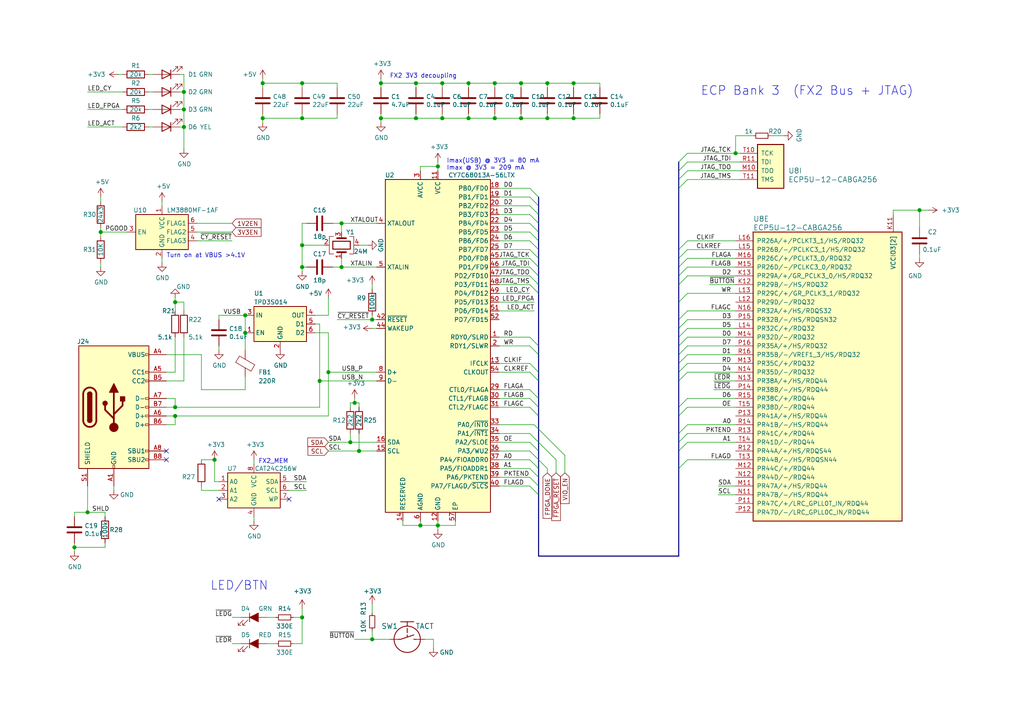
<source format=kicad_sch>
(kicad_sch (version 20230121) (generator eeschema)
  (paper "A4")
  (title_block (title "ECPBreaker") (date "2020-12-28") (rev "V0.1") (company "GsD") (comment 1 "2020 (C) Greg Davill  <greg.davill@gmail.com>") (comment 3 "License: CC-BY-SA V4.0"))
  (junction (at 102.87 116.84) (diameter 1.016))
  (junction (at 76.2 24.13) (diameter 1.016))
  (junction (at 151.13 24.13) (diameter 1.016))
  (junction (at 71.12 96.52) (diameter 1.016))
  (junction (at 50.8 118.11) (diameter 1.016))
  (junction (at 213.36 44.45) (diameter 1.016))
  (junction (at 110.49 24.13) (diameter 1.016))
  (junction (at 87.63 77.47) (diameter 1.016))
  (junction (at 25.4 148.59) (diameter 1.016))
  (junction (at 99.06 64.77) (diameter 1.016))
  (junction (at 266.7 60.96) (diameter 1.016))
  (junction (at 143.51 24.13) (diameter 1.016))
  (junction (at 121.92 152.4) (diameter 1.016))
  (junction (at 158.75 24.13) (diameter 1.016))
  (junction (at 53.34 31.75) (diameter 1.016))
  (junction (at 135.89 34.29) (diameter 1.016))
  (junction (at 110.49 34.29) (diameter 1.016))
  (junction (at 71.12 91.44) (diameter 1.016))
  (junction (at 76.2 34.29) (diameter 1.016))
  (junction (at 95.25 107.95) (diameter 1.016))
  (junction (at 166.37 24.13) (diameter 1.016))
  (junction (at 107.95 185.42) (diameter 1.016))
  (junction (at 104.14 130.81) (diameter 1.016))
  (junction (at 120.65 34.29) (diameter 1.016))
  (junction (at 53.34 26.67) (diameter 1.016))
  (junction (at 62.23 133.35) (diameter 1.016))
  (junction (at 151.13 34.29) (diameter 1.016))
  (junction (at 87.63 71.12) (diameter 1.016))
  (junction (at 50.8 120.65) (diameter 1.016))
  (junction (at 87.63 179.07) (diameter 1.016))
  (junction (at 135.89 24.13) (diameter 1.016))
  (junction (at 29.21 67.31) (diameter 1.016))
  (junction (at 87.63 34.29) (diameter 1.016))
  (junction (at 120.65 24.13) (diameter 1.016))
  (junction (at 50.8 87.63) (diameter 1.016))
  (junction (at 166.37 34.29) (diameter 1.016))
  (junction (at 101.6 128.27) (diameter 1.016))
  (junction (at 127 152.4) (diameter 1.016))
  (junction (at 87.63 24.13) (diameter 1.016))
  (junction (at 127 48.26) (diameter 1.016))
  (junction (at 158.75 34.29) (diameter 1.016))
  (junction (at 53.34 36.83) (diameter 1.016))
  (junction (at 99.06 77.47) (diameter 1.016))
  (junction (at 107.95 92.71) (diameter 1.016))
  (junction (at 92.71 110.49) (diameter 1.016))
  (junction (at 143.51 34.29) (diameter 1.016))
  (junction (at 21.59 158.75) (diameter 1.016))
  (junction (at 128.27 34.29) (diameter 1.016))
  (junction (at 128.27 24.13) (diameter 1.016))
  (no_connect (at 63.5 144.78))
  (no_connect (at 48.26 130.81))
  (no_connect (at 48.26 133.35))
  (no_connect (at 83.82 144.78))
  (bus_entry (at 199.39 72.39) (size -2.54 2.54) (stroke (width 0.1524)))
  (bus_entry (at 199.39 100.33) (size -2.54 2.54) (stroke (width 0.1524)))
  (bus_entry (at 199.39 133.35) (size -2.54 2.54) (stroke (width 0.1524)))
  (bus_entry (at 153.67 62.23) (size 2.54 2.54) (stroke (width 0.1524)))
  (bus_entry (at 153.67 135.89) (size 2.54 2.54) (stroke (width 0.1524)))
  (bus_entry (at 153.67 54.61) (size 2.54 2.54) (stroke (width 0.1524)))
  (bus_entry (at 199.39 97.79) (size -2.54 2.54) (stroke (width 0.1524)))
  (bus_entry (at 153.67 77.47) (size 2.54 2.54) (stroke (width 0.1524)))
  (bus_entry (at 153.67 82.55) (size 2.54 2.54) (stroke (width 0.1524)))
  (bus_entry (at 199.39 80.01) (size -2.54 2.54) (stroke (width 0.1524)))
  (bus_entry (at 153.67 97.79) (size 2.54 2.54) (stroke (width 0.1524)))
  (bus_entry (at 199.39 102.87) (size -2.54 2.54) (stroke (width 0.1524)))
  (bus_entry (at 199.39 125.73) (size -2.54 2.54) (stroke (width 0.1524)))
  (bus_entry (at 153.67 118.11) (size 2.54 2.54) (stroke (width 0.1524)))
  (bus_entry (at 153.67 67.31) (size 2.54 2.54) (stroke (width 0.1524)))
  (bus_entry (at 153.67 113.03) (size 2.54 2.54) (stroke (width 0.1524)))
  (bus_entry (at 153.67 57.15) (size 2.54 2.54) (stroke (width 0.1524)))
  (bus_entry (at 199.39 85.09) (size -2.54 2.54) (stroke (width 0.1524)))
  (bus_entry (at 153.67 64.77) (size 2.54 2.54) (stroke (width 0.1524)))
  (bus_entry (at 153.67 74.93) (size 2.54 2.54) (stroke (width 0.1524)))
  (bus_entry (at 153.67 72.39) (size 2.54 2.54) (stroke (width 0.1524)))
  (bus_entry (at 199.39 123.19) (size -2.54 2.54) (stroke (width 0.1524)))
  (bus_entry (at 199.39 95.25) (size -2.54 2.54) (stroke (width 0.1524)))
  (bus_entry (at 199.39 115.57) (size -2.54 2.54) (stroke (width 0.1524)))
  (bus_entry (at 153.67 140.97) (size 2.54 2.54) (stroke (width 0.1524)))
  (bus_entry (at 153.67 138.43) (size 2.54 2.54) (stroke (width 0.1524)))
  (bus_entry (at 199.39 77.47) (size -2.54 2.54) (stroke (width 0.1524)))
  (bus_entry (at 199.39 46.99) (size -2.54 2.54) (stroke (width 0.1524)))
  (bus_entry (at 199.39 90.17) (size -2.54 2.54) (stroke (width 0.1524)))
  (bus_entry (at 153.67 100.33) (size 2.54 2.54) (stroke (width 0.1524)))
  (bus_entry (at 153.67 59.69) (size 2.54 2.54) (stroke (width 0.1524)))
  (bus_entry (at 153.67 115.57) (size 2.54 2.54) (stroke (width 0.1524)))
  (bus_entry (at 153.67 133.35) (size 2.54 2.54) (stroke (width 0.1524)))
  (bus_entry (at 199.39 49.53) (size -2.54 2.54) (stroke (width 0.1524)))
  (bus_entry (at 153.67 105.41) (size 2.54 2.54) (stroke (width 0.1524)))
  (bus_entry (at 199.39 69.85) (size -2.54 2.54) (stroke (width 0.1524)))
  (bus_entry (at 153.67 80.01) (size 2.54 2.54) (stroke (width 0.1524)))
  (bus_entry (at 199.39 74.93) (size -2.54 2.54) (stroke (width 0.1524)))
  (bus_entry (at 153.67 107.95) (size 2.54 2.54) (stroke (width 0.1524)))
  (bus_entry (at 199.39 52.07) (size -2.54 2.54) (stroke (width 0.1524)))
  (bus_entry (at 199.39 105.41) (size -2.54 2.54) (stroke (width 0.1524)))
  (bus_entry (at 199.39 44.45) (size -2.54 2.54) (stroke (width 0.1524)))
  (bus_entry (at 153.67 128.27) (size 2.54 2.54) (stroke (width 0.1524)))
  (bus_entry (at 199.39 107.95) (size -2.54 2.54) (stroke (width 0.1524)))
  (bus_entry (at 199.39 118.11) (size -2.54 2.54) (stroke (width 0.1524)))
  (bus_entry (at 199.39 128.27) (size -2.54 2.54) (stroke (width 0.1524)))
  (bus_entry (at 153.67 69.85) (size 2.54 2.54) (stroke (width 0.1524)))
  (bus_entry (at 199.39 92.71) (size -2.54 2.54) (stroke (width 0.1524)))
  (wire (pts (xy 199.39 74.93) (xy 213.36 74.93)))
  (wire (pts (xy 199.39 72.39) (xy 213.36 72.39)))
  (wire (pts (xy 127 46.99) (xy 127 48.26)))
  (wire (pts (xy 158.75 24.13) (xy 158.75 25.4)))
  (wire (pts (xy 144.78 64.77) (xy 153.67 64.77)))
  (wire (pts (xy 199.39 123.19) (xy 213.36 123.19)))
  (wire (pts (xy 144.78 133.35) (xy 153.67 133.35)))
  (wire (pts (xy 199.39 128.27) (xy 213.36 128.27)))
  (wire (pts (xy 199.39 118.11) (xy 213.36 118.11)))
  (bus (pts (xy 156.21 67.31) (xy 156.21 69.85)))
  (wire (pts (xy 95.25 107.95) (xy 95.25 120.65)))
  (wire (pts (xy 63.5 100.33) (xy 63.5 101.6)))
  (wire (pts (xy 144.78 97.79) (xy 153.67 97.79)))
  (wire (pts (xy 50.8 123.19) (xy 50.8 120.65)))
  (wire (pts (xy 166.37 34.29) (xy 166.37 33.02)))
  (wire (pts (xy 30.48 148.59) (xy 30.48 149.86)))
  (wire (pts (xy 99.06 64.77) (xy 109.22 64.77)))
  (wire (pts (xy 199.39 115.57) (xy 213.36 115.57)))
  (bus (pts (xy 196.85 87.63) (xy 196.85 92.71)))
  (wire (pts (xy 259.08 60.96) (xy 266.7 60.96)))
  (wire (pts (xy 101.6 125.73) (xy 101.6 128.27)))
  (wire (pts (xy 107.95 185.42) (xy 102.87 185.42)))
  (bus (pts (xy 196.85 80.01) (xy 196.85 82.55)))
  (wire (pts (xy 143.51 24.13) (xy 151.13 24.13)))
  (wire (pts (xy 53.34 31.75) (xy 53.34 36.83)))
  (wire (pts (xy 63.5 142.24) (xy 58.42 142.24)))
  (wire (pts (xy 50.8 120.65) (xy 48.26 120.65)))
  (wire (pts (xy 199.39 92.71) (xy 213.36 92.71)))
  (wire (pts (xy 91.44 91.44) (xy 95.25 91.44)))
  (wire (pts (xy 53.34 110.49) (xy 53.34 97.79)))
  (wire (pts (xy 95.25 107.95) (xy 109.22 107.95)))
  (wire (pts (xy 62.23 133.35) (xy 62.23 139.7)))
  (wire (pts (xy 127 152.4) (xy 132.08 152.4)))
  (bus (pts (xy 196.85 110.49) (xy 196.85 118.11)))
  (wire (pts (xy 154.94 123.19) (xy 163.83 132.08)))
  (wire (pts (xy 107.95 82.55) (xy 107.95 83.82)))
  (wire (pts (xy 199.39 80.01) (xy 213.36 80.01)))
  (wire (pts (xy 208.28 140.97) (xy 213.36 140.97)))
  (wire (pts (xy 144.78 115.57) (xy 153.67 115.57)))
  (wire (pts (xy 144.78 67.31) (xy 153.67 67.31)))
  (bus (pts (xy 156.21 140.97) (xy 156.21 143.51)))
  (wire (pts (xy 99.06 77.47) (xy 109.22 77.47)))
  (wire (pts (xy 223.52 39.37) (xy 227.33 39.37)))
  (wire (pts (xy 50.8 97.79) (xy 50.8 107.95)))
  (bus (pts (xy 156.21 118.11) (xy 156.21 120.65)))
  (wire (pts (xy 143.51 33.02) (xy 143.51 34.29)))
  (wire (pts (xy 48.26 118.11) (xy 50.8 118.11)))
  (bus (pts (xy 156.21 72.39) (xy 156.21 74.93)))
  (bus (pts (xy 196.85 128.27) (xy 196.85 130.81)))
  (wire (pts (xy 153.67 130.81) (xy 158.75 135.89)))
  (wire (pts (xy 158.75 33.02) (xy 158.75 34.29)))
  (wire (pts (xy 44.45 31.75) (xy 43.18 31.75)))
  (bus (pts (xy 196.85 118.11) (xy 196.85 120.65)))
  (wire (pts (xy 208.28 143.51) (xy 213.36 143.51)))
  (bus (pts (xy 196.85 82.55) (xy 196.85 87.63)))
  (bus (pts (xy 156.21 135.89) (xy 156.21 138.43)))
  (wire (pts (xy 87.63 33.02) (xy 87.63 34.29)))
  (wire (pts (xy 29.21 76.2) (xy 29.21 77.47)))
  (wire (pts (xy 173.99 25.4) (xy 173.99 24.13)))
  (wire (pts (xy 121.92 152.4) (xy 127 152.4)))
  (wire (pts (xy 144.78 59.69) (xy 153.67 59.69)))
  (wire (pts (xy 35.56 26.67) (xy 25.4 26.67)))
  (wire (pts (xy 34.29 21.59) (xy 35.56 21.59)))
  (wire (pts (xy 128.27 24.13) (xy 135.89 24.13)))
  (bus (pts (xy 196.85 120.65) (xy 196.85 125.73)))
  (wire (pts (xy 53.34 26.67) (xy 53.34 31.75)))
  (wire (pts (xy 76.2 22.86) (xy 76.2 24.13)))
  (wire (pts (xy 144.78 69.85) (xy 153.67 69.85)))
  (wire (pts (xy 29.21 66.04) (xy 29.21 67.31)))
  (wire (pts (xy 173.99 24.13) (xy 166.37 24.13)))
  (wire (pts (xy 144.78 74.93) (xy 153.67 74.93)))
  (wire (pts (xy 120.65 33.02) (xy 120.65 34.29)))
  (wire (pts (xy 113.03 185.42) (xy 107.95 185.42)))
  (bus (pts (xy 156.21 85.09) (xy 156.21 100.33)))
  (wire (pts (xy 259.08 62.23) (xy 259.08 60.96)))
  (wire (pts (xy 116.84 152.4) (xy 121.92 152.4)))
  (wire (pts (xy 120.65 24.13) (xy 110.49 24.13)))
  (wire (pts (xy 63.5 139.7) (xy 62.23 139.7)))
  (wire (pts (xy 127 48.26) (xy 127 49.53)))
  (wire (pts (xy 87.63 64.77) (xy 87.63 71.12)))
  (wire (pts (xy 53.34 87.63) (xy 50.8 87.63)))
  (bus (pts (xy 156.21 57.15) (xy 156.21 59.69)))
  (wire (pts (xy 213.36 44.45) (xy 213.36 39.37)))
  (wire (pts (xy 144.78 138.43) (xy 153.67 138.43)))
  (bus (pts (xy 196.85 52.07) (xy 196.85 54.61)))
  (wire (pts (xy 127 152.4) (xy 127 153.67)))
  (wire (pts (xy 153.67 107.95) (xy 144.78 107.95)))
  (bus (pts (xy 156.21 77.47) (xy 156.21 80.01)))
  (bus (pts (xy 156.21 138.43) (xy 156.21 140.97)))
  (wire (pts (xy 44.45 26.67) (xy 43.18 26.67)))
  (bus (pts (xy 196.85 130.81) (xy 196.85 135.89)))
  (wire (pts (xy 128.27 34.29) (xy 135.89 34.29)))
  (wire (pts (xy 87.63 78.74) (xy 87.63 77.47)))
  (wire (pts (xy 107.95 182.88) (xy 107.95 185.42)))
  (wire (pts (xy 107.95 92.71) (xy 109.22 92.71)))
  (bus (pts (xy 196.85 74.93) (xy 196.85 77.47)))
  (wire (pts (xy 199.39 85.09) (xy 213.36 85.09)))
  (wire (pts (xy 266.7 73.66) (xy 266.7 74.93)))
  (wire (pts (xy 48.26 115.57) (xy 50.8 115.57)))
  (bus (pts (xy 196.85 46.99) (xy 196.85 49.53)))
  (wire (pts (xy 85.09 179.07) (xy 87.63 179.07)))
  (wire (pts (xy 102.87 115.57) (xy 102.87 116.84)))
  (bus (pts (xy 156.21 82.55) (xy 156.21 85.09)))
  (bus (pts (xy 156.21 161.29) (xy 196.85 161.29)))
  (wire (pts (xy 144.78 82.55) (xy 153.67 82.55)))
  (wire (pts (xy 21.59 148.59) (xy 21.59 149.86)))
  (wire (pts (xy 144.78 80.01) (xy 153.67 80.01)))
  (wire (pts (xy 266.7 60.96) (xy 266.7 66.04)))
  (wire (pts (xy 110.49 24.13) (xy 110.49 25.4)))
  (wire (pts (xy 120.65 34.29) (xy 110.49 34.29)))
  (wire (pts (xy 199.39 44.45) (xy 213.36 44.45)))
  (wire (pts (xy 199.39 46.99) (xy 214.63 46.99)))
  (wire (pts (xy 97.79 33.02) (xy 97.79 34.29)))
  (wire (pts (xy 269.24 60.96) (xy 266.7 60.96)))
  (bus (pts (xy 156.21 120.65) (xy 156.21 130.81)))
  (wire (pts (xy 50.8 107.95) (xy 48.26 107.95)))
  (wire (pts (xy 128.27 33.02) (xy 128.27 34.29)))
  (wire (pts (xy 199.39 105.41) (xy 213.36 105.41)))
  (wire (pts (xy 46.99 58.42) (xy 46.99 59.69)))
  (wire (pts (xy 121.92 151.13) (xy 121.92 152.4)))
  (wire (pts (xy 166.37 24.13) (xy 166.37 25.4)))
  (wire (pts (xy 46.99 74.93) (xy 46.99 76.2)))
  (bus (pts (xy 156.21 100.33) (xy 156.21 102.87)))
  (wire (pts (xy 95.25 120.65) (xy 50.8 120.65)))
  (wire (pts (xy 144.78 118.11) (xy 153.67 118.11)))
  (wire (pts (xy 71.12 96.52) (xy 71.12 91.44)))
  (wire (pts (xy 44.45 36.83) (xy 43.18 36.83)))
  (wire (pts (xy 154.94 87.63) (xy 144.78 87.63)))
  (wire (pts (xy 87.63 186.69) (xy 87.63 179.07)))
  (wire (pts (xy 144.78 128.27) (xy 153.67 128.27)))
  (wire (pts (xy 25.4 140.97) (xy 25.4 148.59)))
  (wire (pts (xy 144.78 123.19) (xy 154.94 123.19)))
  (wire (pts (xy 144.78 57.15) (xy 153.67 57.15)))
  (bus (pts (xy 156.21 130.81) (xy 156.21 135.89)))
  (wire (pts (xy 199.39 100.33) (xy 213.36 100.33)))
  (wire (pts (xy 151.13 33.02) (xy 151.13 34.29)))
  (wire (pts (xy 97.79 24.13) (xy 97.79 25.4)))
  (wire (pts (xy 104.14 116.84) (xy 104.14 118.11)))
  (wire (pts (xy 135.89 34.29) (xy 143.51 34.29)))
  (wire (pts (xy 101.6 116.84) (xy 102.87 116.84)))
  (wire (pts (xy 173.99 34.29) (xy 166.37 34.29)))
  (wire (pts (xy 29.21 67.31) (xy 29.21 68.58)))
  (wire (pts (xy 29.21 67.31) (xy 36.83 67.31)))
  (wire (pts (xy 95.25 86.36) (xy 95.25 91.44)))
  (bus (pts (xy 156.21 80.01) (xy 156.21 82.55)))
  (wire (pts (xy 107.95 92.71) (xy 107.95 91.44)))
  (wire (pts (xy 88.9 142.24) (xy 83.82 142.24)))
  (wire (pts (xy 144.78 113.03) (xy 153.67 113.03)))
  (wire (pts (xy 87.63 25.4) (xy 87.63 24.13)))
  (wire (pts (xy 135.89 24.13) (xy 143.51 24.13)))
  (wire (pts (xy 96.52 64.77) (xy 99.06 64.77)))
  (wire (pts (xy 144.78 62.23) (xy 153.67 62.23)))
  (wire (pts (xy 163.83 132.08) (xy 163.83 137.16)))
  (bus (pts (xy 196.85 100.33) (xy 196.85 102.87)))
  (wire (pts (xy 120.65 34.29) (xy 128.27 34.29)))
  (wire (pts (xy 107.95 95.25) (xy 109.22 95.25)))
  (wire (pts (xy 144.78 100.33) (xy 153.67 100.33)))
  (wire (pts (xy 29.21 57.15) (xy 29.21 58.42)))
  (wire (pts (xy 151.13 24.13) (xy 151.13 25.4)))
  (wire (pts (xy 95.25 96.52) (xy 95.25 107.95)))
  (wire (pts (xy 21.59 158.75) (xy 30.48 158.75)))
  (wire (pts (xy 199.39 97.79) (xy 213.36 97.79)))
  (wire (pts (xy 158.75 24.13) (xy 166.37 24.13)))
  (wire (pts (xy 87.63 34.29) (xy 97.79 34.29)))
  (wire (pts (xy 76.2 35.56) (xy 76.2 34.29)))
  (wire (pts (xy 143.51 24.13) (xy 143.51 25.4)))
  (wire (pts (xy 199.39 125.73) (xy 213.36 125.73)))
  (bus (pts (xy 196.85 77.47) (xy 196.85 80.01)))
  (wire (pts (xy 153.67 125.73) (xy 161.29 133.35)))
  (wire (pts (xy 92.71 93.98) (xy 92.71 110.49)))
  (wire (pts (xy 21.59 157.48) (xy 21.59 158.75)))
  (wire (pts (xy 123.19 185.42) (xy 125.73 185.42)))
  (wire (pts (xy 151.13 24.13) (xy 158.75 24.13)))
  (wire (pts (xy 199.39 95.25) (xy 213.36 95.25)))
  (wire (pts (xy 69.85 179.07) (xy 67.31 179.07)))
  (bus (pts (xy 196.85 102.87) (xy 196.85 105.41)))
  (wire (pts (xy 58.42 113.03) (xy 71.12 113.03)))
  (wire (pts (xy 92.71 110.49) (xy 109.22 110.49)))
  (wire (pts (xy 144.78 54.61) (xy 153.67 54.61)))
  (wire (pts (xy 50.8 87.63) (xy 50.8 90.17)))
  (wire (pts (xy 214.63 44.45) (xy 213.36 44.45)))
  (wire (pts (xy 151.13 34.29) (xy 158.75 34.29)))
  (bus (pts (xy 156.21 102.87) (xy 156.21 107.95)))
  (wire (pts (xy 53.34 36.83) (xy 53.34 43.18)))
  (wire (pts (xy 144.78 85.09) (xy 153.67 85.09)))
  (wire (pts (xy 199.39 133.35) (xy 213.36 133.35)))
  (wire (pts (xy 104.14 71.12) (xy 106.68 71.12)))
  (bus (pts (xy 156.21 107.95) (xy 156.21 110.49)))
  (wire (pts (xy 99.06 64.77) (xy 99.06 67.31)))
  (wire (pts (xy 53.34 21.59) (xy 53.34 26.67)))
  (wire (pts (xy 95.25 128.27) (xy 101.6 128.27)))
  (wire (pts (xy 144.78 77.47) (xy 153.67 77.47)))
  (wire (pts (xy 73.66 149.86) (xy 73.66 151.13)))
  (wire (pts (xy 110.49 22.86) (xy 110.49 24.13)))
  (wire (pts (xy 213.36 39.37) (xy 218.44 39.37)))
  (wire (pts (xy 144.78 105.41) (xy 153.67 105.41)))
  (wire (pts (xy 73.66 133.35) (xy 73.66 134.62)))
  (wire (pts (xy 53.34 21.59) (xy 52.07 21.59)))
  (bus (pts (xy 156.21 69.85) (xy 156.21 72.39)))
  (wire (pts (xy 127 151.13) (xy 127 152.4)))
  (wire (pts (xy 52.07 31.75) (xy 53.34 31.75)))
  (wire (pts (xy 48.26 110.49) (xy 53.34 110.49)))
  (wire (pts (xy 116.84 151.13) (xy 116.84 152.4)))
  (wire (pts (xy 120.65 25.4) (xy 120.65 24.13)))
  (wire (pts (xy 88.9 77.47) (xy 87.63 77.47)))
  (bus (pts (xy 196.85 97.79) (xy 196.85 100.33)))
  (wire (pts (xy 88.9 139.7) (xy 83.82 139.7)))
  (bus (pts (xy 196.85 49.53) (xy 196.85 52.07)))
  (wire (pts (xy 158.75 34.29) (xy 166.37 34.29)))
  (bus (pts (xy 156.21 115.57) (xy 156.21 118.11)))
  (wire (pts (xy 120.65 24.13) (xy 128.27 24.13)))
  (wire (pts (xy 33.02 140.97) (xy 33.02 142.24)))
  (bus (pts (xy 196.85 72.39) (xy 196.85 74.93)))
  (wire (pts (xy 71.12 109.22) (xy 71.12 113.03)))
  (wire (pts (xy 50.8 115.57) (xy 50.8 118.11)))
  (wire (pts (xy 199.39 102.87) (xy 213.36 102.87)))
  (bus (pts (xy 196.85 107.95) (xy 196.85 110.49)))
  (wire (pts (xy 205.74 82.55) (xy 213.36 82.55)))
  (wire (pts (xy 207.01 110.49) (xy 213.36 110.49)))
  (wire (pts (xy 95.25 130.81) (xy 104.14 130.81)))
  (wire (pts (xy 207.01 113.03) (xy 213.36 113.03)))
  (wire (pts (xy 93.98 71.12) (xy 87.63 71.12)))
  (wire (pts (xy 110.49 35.56) (xy 110.49 34.29)))
  (wire (pts (xy 53.34 90.17) (xy 53.34 87.63)))
  (wire (pts (xy 121.92 49.53) (xy 121.92 48.26)))
  (bus (pts (xy 196.85 105.41) (xy 196.85 107.95)))
  (wire (pts (xy 87.63 186.69) (xy 85.09 186.69)))
  (wire (pts (xy 199.39 49.53) (xy 214.63 49.53)))
  (wire (pts (xy 132.08 152.4) (xy 132.08 151.13)))
  (wire (pts (xy 77.47 186.69) (xy 80.01 186.69)))
  (wire (pts (xy 125.73 185.42) (xy 125.73 187.96)))
  (wire (pts (xy 135.89 33.02) (xy 135.89 34.29)))
  (wire (pts (xy 199.39 107.95) (xy 213.36 107.95)))
  (bus (pts (xy 156.21 62.23) (xy 156.21 64.77)))
  (wire (pts (xy 101.6 128.27) (xy 109.22 128.27)))
  (wire (pts (xy 63.5 91.44) (xy 71.12 91.44)))
  (wire (pts (xy 58.42 140.97) (xy 58.42 142.24)))
  (wire (pts (xy 87.63 24.13) (xy 97.79 24.13)))
  (wire (pts (xy 91.44 93.98) (xy 92.71 93.98)))
  (bus (pts (xy 156.21 74.93) (xy 156.21 77.47)))
  (wire (pts (xy 158.75 135.89) (xy 158.75 137.16)))
  (wire (pts (xy 144.78 130.81) (xy 153.67 130.81)))
  (wire (pts (xy 43.18 21.59) (xy 44.45 21.59)))
  (wire (pts (xy 87.63 71.12) (xy 87.63 77.47)))
  (wire (pts (xy 25.4 36.83) (xy 35.56 36.83)))
  (bus (pts (xy 156.21 59.69) (xy 156.21 62.23)))
  (wire (pts (xy 144.78 140.97) (xy 153.67 140.97)))
  (wire (pts (xy 52.07 26.67) (xy 53.34 26.67)))
  (wire (pts (xy 121.92 48.26) (xy 127 48.26)))
  (wire (pts (xy 107.95 177.8) (xy 107.95 175.26)))
  (wire (pts (xy 21.59 158.75) (xy 21.59 160.02)))
  (bus (pts (xy 196.85 125.73) (xy 196.85 128.27)))
  (wire (pts (xy 96.52 77.47) (xy 99.06 77.47)))
  (wire (pts (xy 76.2 34.29) (xy 76.2 33.02)))
  (wire (pts (xy 104.14 130.81) (xy 109.22 130.81)))
  (wire (pts (xy 87.63 24.13) (xy 76.2 24.13)))
  (wire (pts (xy 48.26 102.87) (xy 58.42 102.87)))
  (wire (pts (xy 57.15 67.31) (xy 67.31 67.31)))
  (wire (pts (xy 110.49 34.29) (xy 110.49 33.02)))
  (wire (pts (xy 58.42 133.35) (xy 62.23 133.35)))
  (wire (pts (xy 25.4 31.75) (xy 35.56 31.75)))
  (wire (pts (xy 144.78 125.73) (xy 153.67 125.73)))
  (bus (pts (xy 196.85 135.89) (xy 196.85 161.29)))
  (wire (pts (xy 144.78 90.17) (xy 154.94 90.17)))
  (wire (pts (xy 50.8 86.36) (xy 50.8 87.63)))
  (wire (pts (xy 25.4 148.59) (xy 21.59 148.59)))
  (wire (pts (xy 199.39 52.07) (xy 214.63 52.07)))
  (bus (pts (xy 196.85 92.71) (xy 196.85 95.25)))
  (wire (pts (xy 161.29 133.35) (xy 161.29 137.16)))
  (bus (pts (xy 156.21 110.49) (xy 156.21 115.57)))
  (wire (pts (xy 71.12 101.6) (xy 71.12 96.52)))
  (wire (pts (xy 91.44 96.52) (xy 95.25 96.52)))
  (wire (pts (xy 77.47 179.07) (xy 80.01 179.07)))
  (wire (pts (xy 50.8 118.11) (xy 92.71 118.11)))
  (wire (pts (xy 143.51 34.29) (xy 151.13 34.29)))
  (wire (pts (xy 173.99 33.02) (xy 173.99 34.29)))
  (wire (pts (xy 97.79 92.71) (xy 107.95 92.71)))
  (bus (pts (xy 196.85 95.25) (xy 196.85 97.79)))
  (bus (pts (xy 156.21 143.51) (xy 156.21 161.29)))
  (wire (pts (xy 128.27 24.13) (xy 128.27 25.4)))
  (wire (pts (xy 48.26 123.19) (xy 50.8 123.19)))
  (bus (pts (xy 156.21 64.77) (xy 156.21 67.31)))
  (bus (pts (xy 196.85 54.61) (xy 196.85 72.39)))
  (wire (pts (xy 104.14 125.73) (xy 104.14 130.81)))
  (wire (pts (xy 76.2 24.13) (xy 76.2 25.4)))
  (wire (pts (xy 69.85 186.69) (xy 67.31 186.69)))
  (wire (pts (xy 30.48 157.48) (xy 30.48 158.75)))
  (wire (pts (xy 199.39 69.85) (xy 213.36 69.85)))
  (wire (pts (xy 53.34 36.83) (xy 52.07 36.83)))
  (wire (pts (xy 199.39 77.47) (xy 213.36 77.47)))
  (wire (pts (xy 99.06 74.93) (xy 99.06 77.47)))
  (wire (pts (xy 87.63 64.77) (xy 88.9 64.77)))
  (wire (pts (xy 144.78 135.89) (xy 153.67 135.89)))
  (wire (pts (xy 57.15 64.77) (xy 67.31 64.77)))
  (wire (pts (xy 87.63 34.29) (xy 76.2 34.29)))
  (wire (pts (xy 25.4 148.59) (xy 30.48 148.59)))
  (wire (pts (xy 135.89 24.13) (xy 135.89 25.4)))
  (wire (pts (xy 199.39 90.17) (xy 213.36 90.17)))
  (wire (pts (xy 58.42 102.87) (xy 58.42 113.03)))
  (wire (pts (xy 63.5 91.44) (xy 63.5 92.71)))
  (wire (pts (xy 101.6 118.11) (xy 101.6 116.84)))
  (wire (pts (xy 87.63 176.53) (xy 87.63 179.07)))
  (wire (pts (xy 102.87 116.84) (xy 104.14 116.84)))
  (wire (pts (xy 57.15 69.85) (xy 67.31 69.85)))
  (wire (pts (xy 92.71 118.11) (xy 92.71 110.49)))
  (wire (pts (xy 144.78 72.39) (xy 153.67 72.39)))
  (text "FX2 3V3 decoupling" (at 113.03 22.86 0) (effects (font (size 1.27 1.27)) (justify left bottom)))
  (text "FX2_MEM" (at 74.93 134.62 0) (effects (font (size 1.27 1.27)) (justify left bottom)))
  (text "Turn on at VBUS >4.1V" (at 48.26 74.93 0) (effects (font (size 1.27 1.27)) (justify left bottom)))
  (text "LED/BTN" (at 60.96 171.45 0) (effects (font (size 2.54 2.54)) (justify left bottom)))
  (text "ECP Bank 3  (FX2 Bus + JTAG)" (at 203.2 27.94 0) (effects (font (size 2.54 2.54)) (justify left bottom)))
  (text "Imax(USB) @ 3V3 = 80 mA\nImax @ 3V3 = 209 mA" (at 129.54 49.53 0) (effects (font (size 1.27 1.27)) (justify left bottom)))
  (label "LED_CY" (at 153.67 85.09 180))
  (label "VUSB" (at 64.77 91.44 0))
  (label "OE" (at 146.05 128.27 0))
  (label "JTAG_TCK" (at 153.67 74.93 180))
  (label "D6" (at 146.05 69.85 0))
  (label "OE" (at 212.09 118.11 180))
  (label "SCL" (at 88.9 142.24 180))
  (label "PKTEND" (at 212.09 125.73 180))
  (label "FLAGA" (at 146.05 113.03 0))
  (label "D4" (at 212.09 107.95 180))
  (label "~{LEDR}" (at 207.01 110.49 0))
  (label "XTALIN" (at 101.6 77.47 0))
  (label "PKTEND" (at 146.05 138.43 0))
  (label "FLAGC" (at 146.05 118.11 0))
  (label "SDA" (at 88.9 139.7 180))
  (label "FLAGA" (at 212.09 74.93 180))
  (label "JTAG_TDI" (at 153.67 77.47 180))
  (label "FLAGD" (at 212.09 133.35 180))
  (label "JTAG_TDO" (at 212.09 49.53 180))
  (label "FLAGB" (at 146.05 115.57 0))
  (label "D5" (at 146.05 67.31 0))
  (label "CLKREF" (at 201.93 72.39 0))
  (label "D1" (at 212.09 102.87 180))
  (label "~{LEDG}" (at 67.31 179.07 180))
  (label "D1" (at 146.05 57.15 0))
  (label "SHLD" (at 26.67 148.59 0))
  (label "D4" (at 146.05 64.77 0))
  (label "D2" (at 212.09 80.01 180))
  (label "SCL" (at 95.25 130.81 0))
  (label "FLAGC" (at 212.09 90.17 180))
  (label "D0" (at 212.09 97.79 180))
  (label "~{CY_RESET}" (at 97.79 92.71 0))
  (label "USB_P" (at 99.06 107.95 0))
  (label "PGOOD" (at 30.48 67.31 0))
  (label "A0" (at 146.05 133.35 0))
  (label "D0" (at 146.05 54.61 0))
  (label "A1" (at 212.09 128.27 180))
  (label "JTAG_TDO" (at 153.67 80.01 180))
  (label "LED_FPGA" (at 25.4 31.75 0))
  (label "D7" (at 146.05 72.39 0))
  (label "SDA" (at 95.25 128.27 0))
  (label "~{BUTTON}" (at 205.74 82.55 0))
  (label "~{BUTTON}" (at 102.87 185.42 180))
  (label "LED_FPGA" (at 154.94 87.63 180))
  (label "D2" (at 146.05 59.69 0))
  (label "JTAG_TCK" (at 212.09 44.45 180))
  (label "RD" (at 212.09 105.41 180))
  (label "~{CY_RESET}" (at 67.31 69.85 180))
  (label "LED_CY" (at 25.4 26.67 0))
  (label "A0" (at 212.09 123.19 180))
  (label "CLKREF" (at 146.05 107.95 0))
  (label "JTAG_TDI" (at 212.09 46.99 180))
  (label "D3" (at 146.05 62.23 0))
  (label "~{LEDR}" (at 67.31 186.69 180))
  (label "JTAG_TMS" (at 153.67 82.55 180))
  (label "LED_ACT" (at 154.94 90.17 180))
  (label "CLKIF" (at 201.93 69.85 0))
  (label "~{LEDG}" (at 207.01 113.03 0))
  (label "WR" (at 212.09 85.09 180))
  (label "SCL" (at 208.28 143.51 0))
  (label "A1" (at 146.05 135.89 0))
  (label "LED_ACT" (at 25.4 36.83 0))
  (label "D6" (at 212.09 115.57 180))
  (label "CLKIF" (at 146.05 105.41 0))
  (label "FLAGB" (at 212.09 77.47 180))
  (label "D3" (at 212.09 92.71 180))
  (label "WR" (at 146.05 100.33 0))
  (label "USB_N" (at 99.06 110.49 0))
  (label "D7" (at 212.09 100.33 180))
  (label "SDA" (at 208.28 140.97 0))
  (label "XTALOUT" (at 101.6 64.77 0))
  (label "JTAG_TMS" (at 212.09 52.07 180))
  (label "D5" (at 212.09 95.25 180))
  (label "RD" (at 146.05 97.79 0))
  (label "FLAGD" (at 146.05 140.97 0))
  (global_label "VIO_EN" (shape input) (at 163.83 137.16 270) (property "Intersheetrefs" "${INTERSHEET_REFS}" (effects hide)))
  (global_label "SCL" (shape input) (at 95.25 130.81 180) (property "Intersheetrefs" "${INTERSHEET_REFS}" (effects hide)))
  (global_label "~{FPGA_RESET}" (shape input) (at 161.29 137.16 270) (property "Intersheetrefs" "${INTERSHEET_REFS}" (effects hide)))
  (global_label "1V2EN" (shape input) (at 67.31 64.77 0) (property "Intersheetrefs" "${INTERSHEET_REFS}" (effects hide)))
  (global_label "3V3EN" (shape input) (at 67.31 67.31 0) (property "Intersheetrefs" "${INTERSHEET_REFS}" (effects hide)))
  (global_label "FPGA_DONE" (shape input) (at 158.75 137.16 270) (property "Intersheetrefs" "${INTERSHEET_REFS}" (effects hide)))
  (global_label "SDA" (shape input) (at 95.25 128.27 180) (property "Intersheetrefs" "${INTERSHEET_REFS}" (effects hide)))
  (symbol (lib_id "Device:LED_ALT") (at 73.66 179.07 0) (unit 1)
    (property "Reference" "D4" (at 69.85 176.53 0) (effects (justify left)))
    (property "Value" "GRN" (at 74.93 176.53 0) (effects (justify left)))
    (property "Footprint" "LED_SMD:LED_0603_1608Metric" (effects hide))
    (property "Mfg" "EKINGLUX " (effects hide))
    (property "PN" "E6C0603YGAC1UDA" (effects hide))
  )
  (symbol (lib_id "Device:LED_ALT") (at 73.66 186.69 0) (unit 1)
    (property "Reference" "D5" (at 69.85 184.15 0) (effects (justify left)))
    (property "Value" "RED" (at 74.93 184.15 0) (effects (justify left)))
    (property "Footprint" "LED_SMD:LED_0603_1608Metric" (effects hide))
    (property "Mfg" "EKINGLUX " (effects hide))
    (property "PN" "E6C0603URAC1UDA" (effects hide))
  )
  (symbol (lib_id "icebreaker-rescue:pkl_R_Small-pkl_device") (at 82.55 179.07 90) (unit 1)
    (property "Reference" "R14" (at 82.55 176.53 90))
    (property "Value" "330E" (at 82.55 181.61 90))
    (property "Footprint" "Resistor_SMD:R_0402_1005Metric" (effects hide))
    (property "PN" "AC0402FR-07330RL" (effects hide))
    (property "Mfg" "Yageo" (effects hide))
  )
  (symbol (lib_id "icebreaker-rescue:pkl_R_Small-pkl_device") (at 82.55 186.69 90) (unit 1)
    (property "Reference" "R15" (at 82.55 184.15 90))
    (property "Value" "330E" (at 82.55 189.23 90))
    (property "Footprint" "Resistor_SMD:R_0402_1005Metric" (effects hide))
    (property "PN" "AC0402FR-07330RL" (effects hide))
    (property "Mfg" "Yageo" (effects hide))
  )
  (symbol (lib_id "power:+3V3") (at 87.63 176.53 0) (unit 1)
    (property "Reference" "#PWR059" (effects hide))
    (property "Value" "+3V3" (at 85.09 171.45 0) (effects (justify left)))
  )
  (symbol (lib_id "icebreaker-rescue:TACT-pkl_misc") (at 118.11 185.42 0) (unit 1)
    (property "Reference" "SW1" (at 113.03 181.61 0) (effects (font (size 1.524 1.524))))
    (property "Value" "TACT" (at 123.19 181.61 0) (effects (font (size 1.524 1.524))))
    (property "Footprint" "Button_Switch_SMD:SW_SPST_PTS810" (effects hide))
    (property "PN" "PTS810SJK250SMTRLFS" (effects hide))
  )
  (symbol (lib_id "icebreaker-rescue:pkl_R_Small-pkl_device") (at 107.95 180.34 180) (unit 1)
    (property "Reference" "R13" (at 105.41 176.53 90))
    (property "Value" "10K" (at 105.41 181.61 90))
    (property "Footprint" "Resistor_SMD:R_0402_1005Metric" (effects hide))
    (property "PN" "AC0402FR-0710KL" (effects hide))
    (property "Mfg" "Yageo" (effects hide))
  )
  (symbol (lib_id "power:+3V3") (at 107.95 175.26 0) (unit 1)
    (property "Reference" "#PWR073" (effects hide))
    (property "Value" "+3V3" (at 105.41 171.45 0) (effects (justify left)))
  )
  (symbol (lib_id "power:GND") (at 125.73 187.96 0) (unit 1)
    (property "Reference" "#PWR074" (effects hide))
    (property "Value" "GND" (at 129.54 189.23 0))
  )
  (symbol (lib_id "MCU_Cypress:CY7C68013A-56LTX") (at 127 100.33 0) (unit 1)
    (property "Reference" "U2" (at 113.03 50.8 0))
    (property "Value" "CY7C68013A-56LTX" (at 139.7 50.8 0))
    (property "Footprint" "Package_DFN_QFN:Cypress_QFN-56-1EP_8x8mm_P0.5mm_EP6.22x6.22mm_ThermalVias" (effects hide))
    (property "Mfg" "Cypress" (effects hide))
    (property "PN" "CY7C68013A-56LTXC" (effects hide))
  )
  (symbol (lib_id "Device:R") (at 29.21 62.23 0) (mirror x) (unit 1)
    (property "Reference" "R30" (at 27.94 62.23 0) (effects (justify right)))
    (property "Value" "24k3" (at 29.21 62.23 90))
    (property "Footprint" "Resistor_SMD:R_0402_1005Metric" (effects hide))
    (property "Mfg" "Yageo" (effects hide))
    (property "PN" "AC0402FR-0724K3L" (effects hide))
  )
  (symbol (lib_id "Device:C") (at 173.99 29.21 0) (unit 1)
    (property "Reference" "C14" (at 176.911 28.0416 0) (effects (justify left)))
    (property "Value" "0.1uF" (at 176.911 30.353 0) (effects (justify left)))
    (property "Footprint" "Capacitor_SMD:C_0402_1005Metric" (effects hide))
    (property "Mfg" "Yageo" (effects hide))
    (property "PN" "CC0402JRX7R7BB104" (effects hide))
  )
  (symbol (lib_id "Device:C") (at 92.71 64.77 270) (unit 1)
    (property "Reference" "C16" (at 92.71 60.96 90))
    (property "Value" "18p" (at 92.71 68.58 90))
    (property "Footprint" "Capacitor_SMD:C_0402_1005Metric" (effects hide))
    (property "Mfg" "Yageo" (effects hide))
    (property "PN" "CC0402JRNPO9BN180" (effects hide))
  )
  (symbol (lib_id "Device:LED") (at 48.26 31.75 180) (unit 1)
    (property "Reference" "D3" (at 55.88 31.75 0))
    (property "Value" "GRN" (at 59.69 31.75 0))
    (property "Footprint" "LED_SMD:LED_0603_1608Metric" (effects hide))
    (property "Mfg" "EKINGLUX " (effects hide))
    (property "PN" "E6C0603YGAC1UDA" (effects hide))
  )
  (symbol (lib_id "power:GND") (at 266.7 74.93 0) (mirror y) (unit 1)
    (property "Reference" "#PWR0123" (effects hide))
    (property "Value" "GND" (at 265.43 80.01 0))
  )
  (symbol (lib_id "Device:C") (at 63.5 96.52 0) (unit 1)
    (property "Reference" "C18" (at 66.421 95.3516 0) (effects (justify left)))
    (property "Value" "0.1uF" (at 66.421 97.663 0) (effects (justify left)))
    (property "Footprint" "Capacitor_SMD:C_0402_1005Metric" (effects hide))
    (property "Mfg" "Yageo" (effects hide))
    (property "PN" "CC0402JRX7R7BB104" (effects hide))
  )
  (symbol (lib_id "power:GND") (at 46.99 76.2 0) (unit 1)
    (property "Reference" "#PWR0204" (effects hide))
    (property "Value" "GND" (at 47.117 80.5942 0))
  )
  (symbol (lib_id "Device:R") (at 58.42 137.16 180) (unit 1)
    (property "Reference" "R27" (at 56.642 138.3284 0) (effects (justify left)))
    (property "Value" "DNP" (effects hide))
    (property "Footprint" "Resistor_SMD:R_0402_1005Metric" (effects hide))
  )
  (symbol (lib_id "power:GND") (at 81.28 101.6 0) (unit 1)
    (property "Reference" "#PWR0184" (effects hide))
    (property "Value" "GND" (at 81.407 105.9942 0))
  )
  (symbol (lib_id "Device:C") (at 92.71 77.47 270) (unit 1)
    (property "Reference" "C17" (at 92.71 73.66 90))
    (property "Value" "18p" (at 92.71 81.28 90))
    (property "Footprint" "Capacitor_SMD:C_0402_1005Metric" (effects hide))
    (property "Mfg" "Yageo" (effects hide))
    (property "PN" "CC0402JRNPO9BN180" (effects hide))
  )
  (symbol (lib_id "Device:R") (at 107.95 87.63 0) (mirror x) (unit 1)
    (property "Reference" "R9" (at 106.172 86.4616 0) (effects (justify right)))
    (property "Value" "100k" (at 107.95 87.63 90))
    (property "Footprint" "Resistor_SMD:R_0402_1005Metric" (effects hide))
    (property "Mfg" "Yageo" (effects hide))
    (property "PN" "AC0402FR-07100KL" (effects hide))
  )
  (symbol (lib_id "power:GND") (at 33.02 142.24 0) (unit 1)
    (property "Reference" "#PWR0136" (effects hide))
    (property "Value" "GND" (at 36.83 143.51 0))
  )
  (symbol (lib_id "Device:C") (at 135.89 29.21 0) (unit 1)
    (property "Reference" "C7" (at 138.811 28.0416 0) (effects (justify left)))
    (property "Value" "0.1uF" (at 138.811 30.353 0) (effects (justify left)))
    (property "Footprint" "Capacitor_SMD:C_0402_1005Metric" (effects hide))
    (property "Mfg" "Yageo" (effects hide))
    (property "PN" "CC0402JRX7R7BB104" (effects hide))
  )
  (symbol (lib_id "Device:R") (at 39.37 36.83 90) (mirror x) (unit 1)
    (property "Reference" "R6" (at 39.37 34.29 90))
    (property "Value" "2k2" (at 39.37 36.83 90))
    (property "Footprint" "Resistor_SMD:R_0402_1005Metric" (effects hide))
    (property "Mfg" "Yageo" (effects hide))
    (property "PN" "AC0402FR-072K2L" (effects hide))
  )
  (symbol (lib_id "Memory_EEPROM:CAT24C256") (at 73.66 142.24 0) (unit 1)
    (property "Reference" "U7" (at 67.31 135.89 0))
    (property "Value" "CAT24C256W" (at 80.01 135.89 0))
    (property "Footprint" "Package_SO:TSSOP-8_4.4x3mm_P0.65mm" (effects hide))
    (property "Mfg" "ON Semiconductor" (effects hide))
    (property "PN" "CAT24C256YI-GT3" (effects hide))
  )
  (symbol (lib_id "Device:Crystal_GND24") (at 99.06 71.12 90) (unit 1)
    (property "Reference" "Y1" (at 102.87 67.31 90) (effects (justify left)))
    (property "Value" "24M" (at 106.68 73.66 90) (effects (justify left top)))
    (property "Footprint" "Crystal:Crystal_SMD_3225-4Pin_3.2x2.5mm" (effects hide))
    (property "Mfg" "TAITIEN Elec" (effects hide))
    (property "PN" "XXHBBCNAOF-24.000000MHZ" (effects hide))
  )
  (symbol (lib_id "power:+3.3V") (at 107.95 95.25 90) (unit 1)
    (property "Reference" "#PWR0178" (effects hide))
    (property "Value" "+3.3V" (at 104.6988 94.869 90) (effects (justify left)))
  )
  (symbol (lib_id "Device:C") (at 151.13 29.21 0) (unit 1)
    (property "Reference" "C10" (at 154.051 28.0416 0) (effects (justify left)))
    (property "Value" "0.1uF" (at 154.051 30.353 0) (effects (justify left)))
    (property "Footprint" "Capacitor_SMD:C_0402_1005Metric" (effects hide))
    (property "Mfg" "Yageo" (effects hide))
    (property "PN" "CC0402JRX7R7BB104" (effects hide))
  )
  (symbol (lib_id "power:+3.3V") (at 34.29 21.59 90) (unit 1)
    (property "Reference" "#PWR0188" (effects hide))
    (property "Value" "+3.3V" (at 27.94 21.59 90))
  )
  (symbol (lib_id "power:GND") (at 21.59 160.02 0) (unit 1)
    (property "Reference" "#PWR0105" (effects hide))
    (property "Value" "GND" (at 21.717 164.4142 0))
  )
  (symbol (lib_id "power:+3.3V") (at 107.95 82.55 0) (unit 1)
    (property "Reference" "#PWR0180" (effects hide))
    (property "Value" "+3.3V" (at 100.33 81.28 0) (effects (justify left)))
  )
  (symbol (lib_id "gsd-kicad:ECP5U-12-CABGA256") (at 214.63 44.45 0) (unit 9)
    (property "Reference" "U8" (at 228.6 49.53 0) (effects (font (size 1.524 1.524)) (justify left)))
    (property "Value" "ECP5U-12-CABGA256" (at 228.6 52.07 0) (effects (font (size 1.524 1.524)) (justify left)))
    (property "Footprint" "Package_BGA:BGA-256_14.0x14.0mm_Layout16x16_P0.8mm_Ball0.45mm_Pad0.32mm_NSMD" (effects hide))
    (property "PN" "LFE5U-12F-7BG256I" (effects hide))
  )
  (symbol (lib_id "Device:C") (at 143.51 29.21 0) (unit 1)
    (property "Reference" "C9" (at 146.431 28.0416 0) (effects (justify left)))
    (property "Value" "0.1uF" (at 146.431 30.353 0) (effects (justify left)))
    (property "Footprint" "Capacitor_SMD:C_0402_1005Metric" (effects hide))
    (property "Mfg" "Yageo" (effects hide))
    (property "PN" "CC0402JRX7R7BB104" (effects hide))
  )
  (symbol (lib_id "Device:LED") (at 48.26 26.67 180) (unit 1)
    (property "Reference" "D2" (at 55.88 26.67 0))
    (property "Value" "GRN" (at 59.69 26.67 0))
    (property "Footprint" "LED_SMD:LED_0603_1608Metric" (effects hide))
    (property "Mfg" "EKINGLUX " (effects hide))
    (property "PN" "E6C0603YGAC1UDA" (effects hide))
  )
  (symbol (lib_id "power:GND") (at 29.21 77.47 0) (unit 1)
    (property "Reference" "#PWR0203" (effects hide))
    (property "Value" "GND" (at 29.337 81.8642 0))
  )
  (symbol (lib_id "power:+3.3V") (at 73.66 133.35 0) (unit 1)
    (property "Reference" "#PWR0103" (effects hide))
    (property "Value" "+3.3V" (at 74.041 128.9558 0))
  )
  (symbol (lib_id "Power_Protection:TPD3S014") (at 81.28 93.98 0) (unit 1)
    (property "Reference" "U1" (at 73.66 85.09 0) (effects (justify left)))
    (property "Value" "TPD3S014" (at 73.66 87.63 0) (effects (justify left)))
    (property "Footprint" "Package_TO_SOT_SMD:SOT-23-6" (effects hide))
    (property "Mfg" "Texas Instruments" (effects hide))
    (property "PN" "TPD3S014DBVR" (effects hide))
  )
  (symbol (lib_id "Device:R") (at 30.48 153.67 0) (unit 1)
    (property "Reference" "R28" (at 31.75 153.67 0) (effects (justify left)))
    (property "Value" "100k" (at 30.48 153.67 90))
    (property "Footprint" "Resistor_SMD:R_0402_1005Metric" (effects hide))
    (property "Mfg" "Yageo" (effects hide))
    (property "PN" "AC0402FR-07100KL" (effects hide))
  )
  (symbol (lib_id "Device:R") (at 29.21 72.39 0) (mirror x) (unit 1)
    (property "Reference" "R31" (at 27.94 72.39 0) (effects (justify right)))
    (property "Value" "10K" (at 29.21 72.39 90))
    (property "Footprint" "Resistor_SMD:R_0402_1005Metric" (effects hide))
    (property "Mfg" "Yageo" (effects hide))
    (property "PN" "AC0402FR-0710KL" (effects hide))
  )
  (symbol (lib_id "gsd-kicad:ECP5U-12-CABGA256") (at 213.36 69.85 0) (unit 5)
    (property "Reference" "U8" (at 218.44 63.5 0) (effects (font (size 1.524 1.524)) (justify left)))
    (property "Value" "ECP5U-12-CABGA256" (at 218.44 66.04 0) (effects (font (size 1.524 1.524)) (justify left)))
    (property "Footprint" "Package_BGA:BGA-256_14.0x14.0mm_Layout16x16_P0.8mm_Ball0.45mm_Pad0.32mm_NSMD" (effects hide))
    (property "PN" "LFE5U-12F-7BG256I" (effects hide))
  )
  (symbol (lib_id "Device:R") (at 50.8 93.98 0) (unit 1)
    (property "Reference" "R21" (at 46.99 90.17 0) (effects (justify left)))
    (property "Value" "5.1k" (at 45.72 97.79 0) (effects (justify left)))
    (property "Footprint" "Resistor_SMD:R_0402_1005Metric" (effects hide))
    (property "PN" "AC0402FR-075K1L" (effects hide))
    (property "Mfg" "Yageo" (effects hide))
  )
  (symbol (lib_id "power:+3V3") (at 269.24 60.96 270) (mirror x) (unit 1)
    (property "Reference" "#PWR0124" (effects hide))
    (property "Value" "+3V3" (at 273.05 60.96 90) (effects (justify left)))
  )
  (symbol (lib_id "power:+5V") (at 95.25 86.36 0) (unit 1)
    (property "Reference" "#PWR0185" (effects hide))
    (property "Value" "+5V" (at 91.44 85.09 0))
  )
  (symbol (lib_id "power:+3.3V") (at 110.49 22.86 0) (unit 1)
    (property "Reference" "#PWR0190" (effects hide))
    (property "Value" "+3.3V" (at 110.871 18.4658 0))
  )
  (symbol (lib_id "power:GND") (at 110.49 35.56 0) (unit 1)
    (property "Reference" "#PWR0182" (effects hide))
    (property "Value" "GND" (at 110.617 39.9542 0))
  )
  (symbol (lib_id "Device:LED") (at 48.26 21.59 180) (unit 1)
    (property "Reference" "D1" (at 55.88 21.59 0))
    (property "Value" "GRN" (at 59.69 21.59 0))
    (property "Footprint" "LED_SMD:LED_0603_1608Metric" (effects hide))
    (property "Mfg" "EKINGLUX " (effects hide))
    (property "PN" "E6C0603YGAC1UDA" (effects hide))
  )
  (symbol (lib_id "Device:R") (at 39.37 21.59 90) (mirror x) (unit 1)
    (property "Reference" "R1" (at 39.37 19.05 90))
    (property "Value" "20k" (at 39.37 21.59 90))
    (property "Footprint" "Resistor_SMD:R_0402_1005Metric" (effects hide))
    (property "Mfg" "Yageo" (effects hide))
    (property "PN" "AC0402FR-0720KL" (effects hide))
  )
  (symbol (lib_id "Device:Ferrite_Bead") (at 71.12 105.41 180) (unit 1)
    (property "Reference" "FB1" (at 74.93 107.95 0) (effects (justify right)))
    (property "Value" "220R" (at 74.93 110.49 0) (effects (justify right)))
    (property "Footprint" "Inductor_SMD:L_0402_1005Metric" (effects hide))
    (property "Mfg" "Murata Electronics" (effects hide))
    (property "PN" "BLM15AX221SN1D" (effects hide))
  )
  (symbol (lib_id "Device:C") (at 21.59 153.67 0) (unit 1)
    (property "Reference" "C19" (at 24.511 152.5016 0) (effects (justify left)))
    (property "Value" "0.1uF" (at 24.511 154.813 0) (effects (justify left)))
    (property "Footprint" "Capacitor_SMD:C_0402_1005Metric" (effects hide))
    (property "Mfg" "Yageo" (effects hide))
    (property "PN" "CC0402JRX7R7BB104" (effects hide))
  )
  (symbol (lib_id "Device:C") (at 266.7 69.85 0) (mirror y) (unit 1)
    (property "Reference" "C2" (at 271.78 67.31 0) (effects (justify left)))
    (property "Value" "0.1uF" (at 273.05 72.39 0) (effects (justify left)))
    (property "Footprint" "Capacitor_SMD:C_0402_1005Metric" (effects hide))
    (property "Mfg" "Yageo" (effects hide))
    (property "PN" "CC0402JRX7R7BB104" (effects hide))
  )
  (symbol (lib_id "Device:C") (at 76.2 29.21 0) (unit 1)
    (property "Reference" "C48" (at 79.121 28.0416 0) (effects (justify left)))
    (property "Value" "22uF" (at 79.121 30.353 0) (effects (justify left)))
    (property "Footprint" "Capacitor_SMD:C_0603_1608Metric_Pad1.05x0.95mm_HandSolder" (effects hide))
    (property "Mfg" "Samsung Electro-Mechanics" (effects hide))
    (property "PN" "CL10A226MP8NUNE" (effects hide))
  )
  (symbol (lib_id "Device:R") (at 101.6 121.92 0) (mirror x) (unit 1)
    (property "Reference" "R12" (at 100.33 121.92 0) (effects (justify right)))
    (property "Value" "2k2" (at 101.6 121.92 90))
    (property "Footprint" "Resistor_SMD:R_0402_1005Metric" (effects hide))
    (property "Mfg" "Yageo" (effects hide))
    (property "PN" "AC0402FR-072K2L" (effects hide))
  )
  (symbol (lib_id "power:GND") (at 76.2 35.56 0) (unit 1)
    (property "Reference" "#PWR0222" (effects hide))
    (property "Value" "GND" (at 76.327 39.9542 0))
  )
  (symbol (lib_id "power:+5V") (at 29.21 57.15 0) (unit 1)
    (property "Reference" "#PWR0202" (effects hide))
    (property "Value" "+5V" (at 29.591 52.7558 0))
  )
  (symbol (lib_id "icebreaker-rescue:pkl_R_Small-pkl_device") (at 220.98 39.37 90) (unit 1)
    (property "Reference" "R20" (at 224.79 38.1 90))
    (property "Value" "1k" (at 217.17 38.1 90))
    (property "Footprint" "Resistor_SMD:R_0402_1005Metric" (effects hide))
    (property "PN" "AC0402FR-071KL" (effects hide))
    (property "Mfg" "Yageo" (effects hide))
  )
  (symbol (lib_id "Device:C") (at 120.65 29.21 0) (unit 1)
    (property "Reference" "C4" (at 123.571 28.0416 0) (effects (justify left)))
    (property "Value" "0.1uF" (at 123.571 30.353 0) (effects (justify left)))
    (property "Footprint" "Capacitor_SMD:C_0402_1005Metric" (effects hide))
    (property "Mfg" "Yageo" (effects hide))
    (property "PN" "CC0402JRX7R7BB104" (effects hide))
  )
  (symbol (lib_id "power:+3.3V") (at 102.87 115.57 0) (unit 1)
    (property "Reference" "#PWR0179" (effects hide))
    (property "Value" "+3.3V" (at 103.251 111.1758 0))
  )
  (symbol (lib_id "Device:C") (at 166.37 29.21 0) (unit 1)
    (property "Reference" "C13" (at 169.291 28.0416 0) (effects (justify left)))
    (property "Value" "0.1uF" (at 169.291 30.353 0) (effects (justify left)))
    (property "Footprint" "Capacitor_SMD:C_0402_1005Metric" (effects hide))
    (property "Mfg" "Yageo" (effects hide))
    (property "PN" "CC0402JRX7R7BB104" (effects hide))
  )
  (symbol (lib_id "Device:R") (at 39.37 26.67 90) (mirror x) (unit 1)
    (property "Reference" "R2" (at 39.37 24.13 90))
    (property "Value" "20k" (at 39.37 26.67 90))
    (property "Footprint" "Resistor_SMD:R_0402_1005Metric" (effects hide))
    (property "Mfg" "Yageo" (effects hide))
    (property "PN" "AC0402FR-0720KL" (effects hide))
  )
  (symbol (lib_id "Device:R") (at 104.14 121.92 180) (unit 1)
    (property "Reference" "R25" (at 105.41 121.92 0) (effects (justify right)))
    (property "Value" "2k2" (at 104.14 121.92 90))
    (property "Footprint" "Resistor_SMD:R_0402_1005Metric" (effects hide))
    (property "Mfg" "Yageo" (effects hide))
    (property "PN" "AC0402FR-072K2L" (effects hide))
  )
  (symbol (lib_id "power:GND") (at 73.66 151.13 0) (unit 1)
    (property "Reference" "#PWR0177" (effects hide))
    (property "Value" "GND" (at 73.787 155.5242 0))
  )
  (symbol (lib_id "power:+3.3V") (at 127 46.99 0) (unit 1)
    (property "Reference" "#PWR0181" (effects hide))
    (property "Value" "+3.3V" (at 127.381 42.5958 0))
  )
  (symbol (lib_id "power:+5V") (at 76.2 22.86 0) (unit 1)
    (property "Reference" "#PWR0221" (effects hide))
    (property "Value" "+5V" (at 72.39 21.59 0))
  )
  (symbol (lib_id "Device:R") (at 39.37 31.75 90) (mirror x) (unit 1)
    (property "Reference" "R5" (at 39.37 29.21 90))
    (property "Value" "20k" (at 39.37 31.75 90))
    (property "Footprint" "Resistor_SMD:R_0402_1005Metric" (effects hide))
    (property "Mfg" "Yageo" (effects hide))
    (property "PN" "AC0402FR-0720KL" (effects hide))
  )
  (symbol (lib_id "power:GND") (at 53.34 43.18 0) (unit 1)
    (property "Reference" "#PWR0183" (effects hide))
    (property "Value" "GND" (at 53.467 47.5742 0))
  )
  (symbol (lib_id "power:+5V") (at 46.99 58.42 0) (unit 1)
    (property "Reference" "#PWR0201" (effects hide))
    (property "Value" "+5V" (at 47.371 54.0258 0))
  )
  (symbol (lib_id "Device:C") (at 158.75 29.21 0) (unit 1)
    (property "Reference" "C12" (at 161.671 28.0416 0) (effects (justify left)))
    (property "Value" "0.1uF" (at 161.671 30.353 0) (effects (justify left)))
    (property "Footprint" "Capacitor_SMD:C_0402_1005Metric" (effects hide))
    (property "Mfg" "Yageo" (effects hide))
    (property "PN" "CC0402JRX7R7BB104" (effects hide))
  )
  (symbol (lib_id "Connector:USB_C_Receptacle_USB2.0") (at 33.02 118.11 0) (unit 1)
    (property "Reference" "J24" (at 24.13 99.06 0))
    (property "Value" "USB_C_Receptacle_USB2.0" (effects hide))
    (property "Footprint" "Connector_USB:USB_C_Receptacle_HRO_TYPE-C-31-M-12" (effects hide))
    (property "Mfg" " XKB Connectivity" (effects hide))
    (property "PN" "U262-161N-4BVC11" (effects hide))
  )
  (symbol (lib_id "power:GND") (at 87.63 78.74 0) (unit 1)
    (property "Reference" "#PWR0186" (effects hide))
    (property "Value" "GND" (at 87.757 83.1342 0))
  )
  (symbol (lib_id "power:GND") (at 127 153.67 0) (unit 1)
    (property "Reference" "#PWR0175" (effects hide))
    (property "Value" "GND" (at 127.127 158.0642 0))
  )
  (symbol (lib_id "Power_Supervisor:LM3880") (at 46.99 67.31 0) (unit 1)
    (property "Reference" "U10" (at 40.64 60.96 0))
    (property "Value" "LM3880MF-1AF" (at 55.88 60.96 0))
    (property "Footprint" "Package_TO_SOT_SMD:SOT-23-6" (effects hide))
    (property "Mfg" "Texas Instruments" (effects hide))
    (property "PN" "LM3880MF-1AA/NOPB" (effects hide))
  )
  (symbol (lib_id "Device:C") (at 128.27 29.21 0) (unit 1)
    (property "Reference" "C6" (at 131.191 28.0416 0) (effects (justify left)))
    (property "Value" "0.1uF" (at 131.191 30.353 0) (effects (justify left)))
    (property "Footprint" "Capacitor_SMD:C_0402_1005Metric" (effects hide))
    (property "Mfg" "Yageo" (effects hide))
    (property "PN" "CC0402JRX7R7BB104" (effects hide))
  )
  (symbol (lib_id "power:+3.3V") (at 62.23 133.35 0) (unit 1)
    (property "Reference" "#PWR0101" (effects hide))
    (property "Value" "+3.3V" (at 62.611 128.9558 0))
  )
  (symbol (lib_id "power:GND") (at 50.8 86.36 180) (unit 1)
    (property "Reference" "#PWR0140" (effects hide))
    (property "Value" "GND" (at 53.213 83.1596 0))
  )
  (symbol (lib_id "Device:C") (at 97.79 29.21 0) (unit 1)
    (property "Reference" "C50" (at 100.711 28.0416 0) (effects (justify left)))
    (property "Value" "22uF" (at 100.711 30.353 0) (effects (justify left)))
    (property "Footprint" "Capacitor_SMD:C_0603_1608Metric_Pad1.05x0.95mm_HandSolder" (effects hide))
    (property "Mfg" "Samsung Electro-Mechanics" (effects hide))
    (property "PN" "CL10A226MP8NUNE" (effects hide))
  )
  (symbol (lib_id "power:GND") (at 106.68 71.12 90) (unit 1)
    (property "Reference" "#PWR0187" (effects hide))
    (property "Value" "GND" (at 110.49 71.12 0))
  )
  (symbol (lib_id "Device:LED") (at 48.26 36.83 180) (unit 1)
    (property "Reference" "D6" (at 55.88 36.83 0))
    (property "Value" "YEL" (at 59.69 36.83 0))
    (property "Footprint" "LED_SMD:LED_0603_1608Metric" (effects hide))
    (property "Mfg" "EKINGLUX " (effects hide))
    (property "PN" "E6C0603UYAC1UDA" (effects hide))
  )
  (symbol (lib_id "Device:C") (at 87.63 29.21 0) (unit 1)
    (property "Reference" "C49" (at 90.551 28.0416 0) (effects (justify left)))
    (property "Value" "22uF" (at 90.551 30.353 0) (effects (justify left)))
    (property "Footprint" "Capacitor_SMD:C_0603_1608Metric_Pad1.05x0.95mm_HandSolder" (effects hide))
    (property "Mfg" "Samsung Electro-Mechanics" (effects hide))
    (property "PN" "CL10A226MP8NUNE" (effects hide))
  )
  (symbol (lib_id "power:GND") (at 63.5 101.6 0) (unit 1)
    (property "Reference" "#PWR0102" (effects hide))
    (property "Value" "GND" (at 63.627 105.9942 0))
  )
  (symbol (lib_id "Device:R") (at 53.34 93.98 0) (unit 1)
    (property "Reference" "R22" (at 54.61 92.71 0) (effects (justify left)))
    (property "Value" "5.1k" (at 54.61 97.79 0) (effects (justify left)))
    (property "Footprint" "Resistor_SMD:R_0402_1005Metric" (effects hide))
    (property "PN" "AC0402FR-075K1L" (effects hide))
    (property "Mfg" "Yageo" (effects hide))
  )
  (symbol (lib_id "Device:C") (at 110.49 29.21 0) (unit 1)
    (property "Reference" "C1" (at 113.411 28.0416 0) (effects (justify left)))
    (property "Value" "4.7uF" (at 113.411 30.353 0) (effects (justify left)))
    (property "Footprint" "Capacitor_SMD:C_0603_1608Metric_Pad1.05x0.95mm_HandSolder" (effects hide))
    (property "Mfg" "Yageo" (effects hide))
    (property "PN" "CC0603KRX5R6BB475" (effects hide))
  )
  (symbol (lib_id "power:GND") (at 227.33 39.37 90) (unit 1)
    (property "Reference" "#PWR0189" (effects hide))
    (property "Value" "GND" (at 231.8004 39.243 0))
  )
  (sheet (at 335.28 151.13) (size 33.02 20.32) (stroke (width 0.001) (color 132 0 132 1)) (fill (color 255 255 255 0.0000))
    (property "Sheetname" "RAM" (at 335.28 150.4941 0) (effects (justify left bottom)))
    (property "Sheetfile" "../../../../tmp/advent-calendar-of-circuits-2020/ecpbreaker/kicad-src/ram.kicad_sch" (at 335.28 171.9589 0) (effects (justify left top)))
  )
  (sheet (at 300.99 177.8) (size 30.48 20.32) (stroke (width 0.001) (color 132 0 132 1)) (fill (color 255 255 255 0.0000))
    (property "Sheetname" "FPGA" (at 300.99 177.1641 0) (effects (justify left bottom)))
    (property "Sheetfile" "../../../../tmp/advent-calendar-of-circuits-2020/ecpbreaker/kicad-src/fpga.kicad_sch" (at 300.99 198.6289 0) (effects (justify left top)))
  )
  (sheet (at 336.55 177.8) (size 31.75 20.32) (stroke (width 0.001) (color 132 0 132 1)) (fill (color 255 255 255 0.0000))
    (property "Sheetname" "SYZYGY" (at 336.55 177.1641 0) (effects (justify left bottom)))
    (property "Sheetfile" "../../../../tmp/advent-calendar-of-circuits-2020/ecpbreaker/kicad-src/syzygy.kicad_sch" (at 336.55 198.6289 0) (effects (justify left top)))
  )
  (sheet (at 300.99 151.13) (size 30.48 20.32) (stroke (width 0.001) (color 132 0 132 1)) (fill (color 255 255 255 0.0000))
    (property "Sheetname" "PMODS" (at 300.99 150.4941 0) (effects (justify left bottom)))
    (property "Sheetfile" "../../../../tmp/advent-calendar-of-circuits-2020/ecpbreaker/kicad-src/pmods.kicad_sch" (at 300.99 171.9589 0) (effects (justify left top)))
  )
)
</source>
